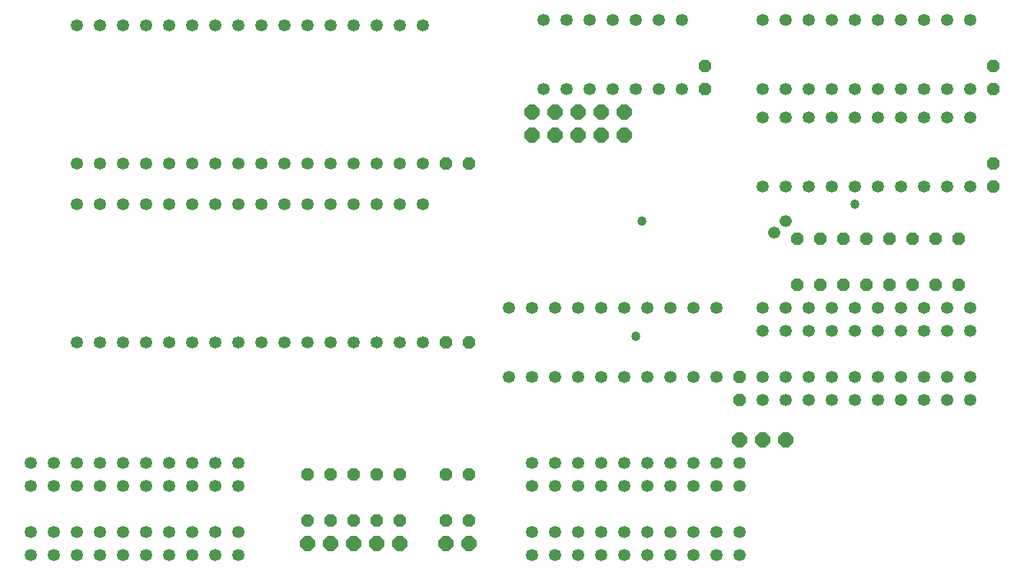
<source format=gbs>
G75*
%MOIN*%
%OFA0B0*%
%FSLAX24Y24*%
%IPPOS*%
%LPD*%
%AMOC8*
5,1,8,0,0,1.08239X$1,22.5*
%
%ADD10C,0.0530*%
%ADD11OC8,0.0650*%
%ADD12OC8,0.0530*%
%ADD13C,0.0404*%
%ADD14C,0.0522*%
D10*
X000850Y001100D03*
X000850Y002100D03*
X001850Y002100D03*
X002850Y002100D03*
X003850Y002100D03*
X003850Y001100D03*
X002850Y001100D03*
X001850Y001100D03*
X004850Y001100D03*
X005850Y001100D03*
X006850Y001100D03*
X007850Y001100D03*
X007850Y002100D03*
X006850Y002100D03*
X005850Y002100D03*
X004850Y002100D03*
X004850Y004100D03*
X005850Y004100D03*
X006850Y004100D03*
X007850Y004100D03*
X007850Y005100D03*
X006850Y005100D03*
X005850Y005100D03*
X004850Y005100D03*
X003850Y005100D03*
X002850Y005100D03*
X001850Y005100D03*
X001850Y004100D03*
X002850Y004100D03*
X003850Y004100D03*
X000850Y004100D03*
X000850Y005100D03*
X008850Y005100D03*
X009850Y005100D03*
X009850Y004100D03*
X008850Y004100D03*
X008850Y002100D03*
X009850Y002100D03*
X009850Y001100D03*
X008850Y001100D03*
X021600Y008850D03*
X022600Y008850D03*
X023600Y008850D03*
X024600Y008850D03*
X025600Y008850D03*
X026600Y008850D03*
X027600Y008850D03*
X028600Y008850D03*
X029600Y008850D03*
X030600Y008850D03*
X032600Y008850D03*
X033600Y008850D03*
X034600Y008850D03*
X035600Y008850D03*
X036600Y008850D03*
X037600Y008850D03*
X038600Y008850D03*
X039600Y008850D03*
X040600Y008850D03*
X041600Y008850D03*
X041600Y007850D03*
X040600Y007850D03*
X039600Y007850D03*
X038600Y007850D03*
X037600Y007850D03*
X036600Y007850D03*
X035600Y007850D03*
X034600Y007850D03*
X033600Y007850D03*
X032600Y007850D03*
X031600Y005100D03*
X030600Y005100D03*
X029600Y005100D03*
X028600Y005100D03*
X028600Y004100D03*
X029600Y004100D03*
X030600Y004100D03*
X031600Y004100D03*
X031600Y002100D03*
X030600Y002100D03*
X029600Y002100D03*
X028600Y002100D03*
X028600Y001100D03*
X029600Y001100D03*
X030600Y001100D03*
X031600Y001100D03*
X027600Y001100D03*
X026600Y001100D03*
X025600Y001100D03*
X025600Y002100D03*
X026600Y002100D03*
X027600Y002100D03*
X024600Y002100D03*
X023600Y002100D03*
X022600Y002100D03*
X022600Y001100D03*
X023600Y001100D03*
X024600Y001100D03*
X024600Y004100D03*
X023600Y004100D03*
X022600Y004100D03*
X022600Y005100D03*
X023600Y005100D03*
X024600Y005100D03*
X025600Y005100D03*
X026600Y005100D03*
X027600Y005100D03*
X027600Y004100D03*
X026600Y004100D03*
X025600Y004100D03*
X017850Y010350D03*
X016850Y010350D03*
X015850Y010350D03*
X014850Y010350D03*
X013850Y010350D03*
X012850Y010350D03*
X011850Y010350D03*
X010850Y010350D03*
X009850Y010350D03*
X008850Y010350D03*
X007850Y010350D03*
X006850Y010350D03*
X005850Y010350D03*
X004850Y010350D03*
X003850Y010350D03*
X002850Y010350D03*
X002850Y016350D03*
X003850Y016350D03*
X004850Y016350D03*
X005850Y016350D03*
X006850Y016350D03*
X007850Y016350D03*
X008850Y016350D03*
X009850Y016350D03*
X010850Y016350D03*
X011850Y016350D03*
X012850Y016350D03*
X013850Y016350D03*
X014850Y016350D03*
X015850Y016350D03*
X016850Y016350D03*
X017850Y016350D03*
X017850Y018100D03*
X016850Y018100D03*
X015850Y018100D03*
X014850Y018100D03*
X013850Y018100D03*
X012850Y018100D03*
X011850Y018100D03*
X010850Y018100D03*
X009850Y018100D03*
X008850Y018100D03*
X007850Y018100D03*
X006850Y018100D03*
X005850Y018100D03*
X004850Y018100D03*
X003850Y018100D03*
X002850Y018100D03*
X002850Y024100D03*
X003850Y024100D03*
X004850Y024100D03*
X005850Y024100D03*
X006850Y024100D03*
X007850Y024100D03*
X008850Y024100D03*
X009850Y024100D03*
X010850Y024100D03*
X011850Y024100D03*
X012850Y024100D03*
X013850Y024100D03*
X014850Y024100D03*
X015850Y024100D03*
X016850Y024100D03*
X017850Y024100D03*
X023100Y024350D03*
X024100Y024350D03*
X025100Y024350D03*
X026100Y024350D03*
X027100Y024350D03*
X028100Y024350D03*
X029100Y024350D03*
X032600Y024350D03*
X033600Y024350D03*
X034600Y024350D03*
X035600Y024350D03*
X036600Y024350D03*
X037600Y024350D03*
X038600Y024350D03*
X039600Y024350D03*
X040600Y024350D03*
X041600Y024350D03*
X041600Y021350D03*
X040600Y021350D03*
X039600Y021350D03*
X038600Y021350D03*
X037600Y021350D03*
X036600Y021350D03*
X035600Y021350D03*
X034600Y021350D03*
X033600Y021350D03*
X032600Y021350D03*
X032600Y020100D03*
X033600Y020100D03*
X034600Y020100D03*
X035600Y020100D03*
X036600Y020100D03*
X037600Y020100D03*
X038600Y020100D03*
X039600Y020100D03*
X040600Y020100D03*
X041600Y020100D03*
X041600Y017100D03*
X040600Y017100D03*
X039600Y017100D03*
X038600Y017100D03*
X037600Y017100D03*
X036600Y017100D03*
X035600Y017100D03*
X034600Y017100D03*
X033600Y017100D03*
X032600Y017100D03*
X029100Y021350D03*
X028100Y021350D03*
X027100Y021350D03*
X026100Y021350D03*
X025100Y021350D03*
X024100Y021350D03*
X023100Y021350D03*
X022600Y011850D03*
X021600Y011850D03*
X023600Y011850D03*
X024600Y011850D03*
X025600Y011850D03*
X026600Y011850D03*
X027600Y011850D03*
X028600Y011850D03*
X029600Y011850D03*
X030600Y011850D03*
X032600Y011850D03*
X033600Y011850D03*
X034600Y011850D03*
X035600Y011850D03*
X035600Y010850D03*
X034600Y010850D03*
X033600Y010850D03*
X032600Y010850D03*
X036600Y010850D03*
X037600Y010850D03*
X038600Y010850D03*
X038600Y011850D03*
X037600Y011850D03*
X036600Y011850D03*
X039600Y011850D03*
X040600Y011850D03*
X041600Y011850D03*
X041600Y010850D03*
X040600Y010850D03*
X039600Y010850D03*
D11*
X033600Y006100D03*
X032600Y006100D03*
X031600Y006100D03*
X019850Y001600D03*
X018850Y001600D03*
X016850Y001600D03*
X015850Y001600D03*
X014850Y001600D03*
X013850Y001600D03*
X012850Y001600D03*
X022600Y019350D03*
X023600Y019350D03*
X024600Y019350D03*
X025600Y019350D03*
X026600Y019350D03*
X026600Y020350D03*
X025600Y020350D03*
X024600Y020350D03*
X023600Y020350D03*
X022600Y020350D03*
D12*
X019850Y018100D03*
X018850Y018100D03*
X030100Y021350D03*
X030100Y022350D03*
X034100Y014850D03*
X035100Y014850D03*
X036100Y014850D03*
X037100Y014850D03*
X038100Y014850D03*
X039100Y014850D03*
X040100Y014850D03*
X041100Y014850D03*
X041100Y012850D03*
X040100Y012850D03*
X039100Y012850D03*
X038100Y012850D03*
X037100Y012850D03*
X036100Y012850D03*
X035100Y012850D03*
X034100Y012850D03*
X031600Y008850D03*
X031600Y007850D03*
X019850Y010350D03*
X018850Y010350D03*
X018850Y004600D03*
X019850Y004600D03*
X019850Y002600D03*
X018850Y002600D03*
X016850Y002600D03*
X015850Y002600D03*
X014850Y002600D03*
X013850Y002600D03*
X012850Y002600D03*
X012850Y004600D03*
X013850Y004600D03*
X014850Y004600D03*
X015850Y004600D03*
X016850Y004600D03*
X042600Y017100D03*
X042600Y018100D03*
X042600Y021350D03*
X042600Y022350D03*
D13*
X036600Y016350D03*
X027350Y015600D03*
X027100Y010600D03*
D14*
X033100Y015100D03*
X033600Y015600D03*
M02*

</source>
